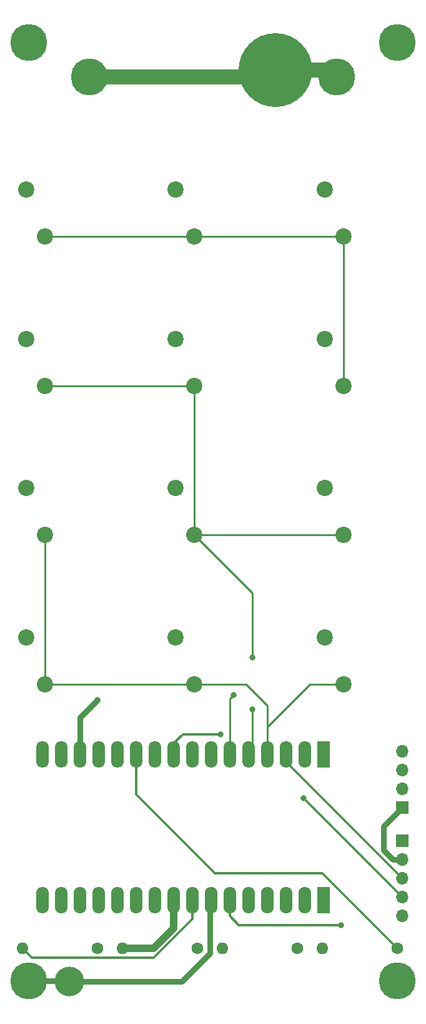
<source format=gtl>
G04 #@! TF.GenerationSoftware,KiCad,Pcbnew,7.0.5*
G04 #@! TF.CreationDate,2023-07-06T09:19:53+08:00*
G04 #@! TF.ProjectId,exMoudle,65784d6f-7564-46c6-952e-6b696361645f,rev?*
G04 #@! TF.SameCoordinates,PX4433b78PY969def3*
G04 #@! TF.FileFunction,Copper,L1,Top*
G04 #@! TF.FilePolarity,Positive*
%FSLAX45Y45*%
G04 Gerber Fmt 4.5, Leading zero omitted, Abs format (unit mm)*
G04 Created by KiCad (PCBNEW 7.0.5) date 2023-07-06 09:19:53*
%MOMM*%
%LPD*%
G01*
G04 APERTURE LIST*
G04 #@! TA.AperFunction,ComponentPad*
%ADD10C,2.200000*%
G04 #@! TD*
G04 #@! TA.AperFunction,ComponentPad*
%ADD11C,1.600000*%
G04 #@! TD*
G04 #@! TA.AperFunction,ComponentPad*
%ADD12O,1.600000X1.600000*%
G04 #@! TD*
G04 #@! TA.AperFunction,ComponentPad*
%ADD13C,5.000000*%
G04 #@! TD*
G04 #@! TA.AperFunction,ComponentPad*
%ADD14R,1.700000X1.700000*%
G04 #@! TD*
G04 #@! TA.AperFunction,ComponentPad*
%ADD15O,1.700000X1.700000*%
G04 #@! TD*
G04 #@! TA.AperFunction,ComponentPad*
%ADD16R,1.712000X3.644000*%
G04 #@! TD*
G04 #@! TA.AperFunction,ComponentPad*
%ADD17O,1.712000X3.644000*%
G04 #@! TD*
G04 #@! TA.AperFunction,ComponentPad*
%ADD18O,1.700000X3.644000*%
G04 #@! TD*
G04 #@! TA.AperFunction,ViaPad*
%ADD19C,0.800000*%
G04 #@! TD*
G04 #@! TA.AperFunction,ViaPad*
%ADD20C,5.000000*%
G04 #@! TD*
G04 #@! TA.AperFunction,ViaPad*
%ADD21C,10.000000*%
G04 #@! TD*
G04 #@! TA.AperFunction,ViaPad*
%ADD22C,4.000000*%
G04 #@! TD*
G04 #@! TA.AperFunction,Conductor*
%ADD23C,0.800000*%
G04 #@! TD*
G04 #@! TA.AperFunction,Conductor*
%ADD24C,2.000000*%
G04 #@! TD*
G04 #@! TA.AperFunction,Conductor*
%ADD25C,1.000000*%
G04 #@! TD*
G04 #@! TA.AperFunction,Conductor*
%ADD26C,0.250000*%
G04 #@! TD*
G04 #@! TA.AperFunction,Conductor*
%ADD27C,0.300000*%
G04 #@! TD*
G04 APERTURE END LIST*
D10*
G04 #@! TO.P,SW10,1,1*
G04 #@! TO.N,unconnected-(SW10-Pad1)*
X-2528000Y11014000D03*
G04 #@! TO.P,SW10,2,2*
G04 #@! TO.N,Net-(J1-GPIO5)*
X-2274000Y10379000D03*
G04 #@! TD*
G04 #@! TO.P,SW7,1,1*
G04 #@! TO.N,unconnected-(SW7-Pad1)*
X-2528000Y8994000D03*
G04 #@! TO.P,SW7,2,2*
G04 #@! TO.N,Net-(J1-GPIO4)*
X-2274000Y8359000D03*
G04 #@! TD*
D11*
G04 #@! TO.P,R3,1*
G04 #@! TO.N,GND*
X-1563500Y743830D03*
D12*
G04 #@! TO.P,R3,2*
G04 #@! TO.N,Net-(J1-GPIO13)*
X-2579500Y743830D03*
G04 #@! TD*
D13*
G04 #@! TO.P,REF\u002A\u002A,1*
G04 #@! TO.N,N/C*
X2500000Y13000000D03*
G04 #@! TD*
D10*
G04 #@! TO.P,SW9,1,1*
G04 #@! TO.N,unconnected-(SW9-Pad1)*
X1512000Y8994000D03*
G04 #@! TO.P,SW9,2,2*
G04 #@! TO.N,Net-(J1-GPIO5)*
X1766000Y8359000D03*
G04 #@! TD*
G04 #@! TO.P,SW6,1,1*
G04 #@! TO.N,unconnected-(SW6-Pad1)*
X1512000Y6974000D03*
G04 #@! TO.P,SW6,2,2*
G04 #@! TO.N,Net-(J1-GPIO4)*
X1766000Y6339000D03*
G04 #@! TD*
G04 #@! TO.P,SW1,1,1*
G04 #@! TO.N,unconnected-(SW1-Pad1)*
X-2528000Y4954000D03*
G04 #@! TO.P,SW1,2,2*
G04 #@! TO.N,Net-(J1-GPIO3)*
X-2274000Y4319000D03*
G04 #@! TD*
D11*
G04 #@! TO.P,R4,1*
G04 #@! TO.N,Net-(J1-GPIO8)*
X-208833Y743830D03*
D12*
G04 #@! TO.P,R4,2*
G04 #@! TO.N,GND*
X-1224833Y743830D03*
G04 #@! TD*
D10*
G04 #@! TO.P,SW11,1,1*
G04 #@! TO.N,unconnected-(SW11-Pad1)*
X-508000Y11014000D03*
G04 #@! TO.P,SW11,2,2*
G04 #@! TO.N,Net-(J1-GPIO5)*
X-254000Y10379000D03*
G04 #@! TD*
G04 #@! TO.P,SW4,1,1*
G04 #@! TO.N,unconnected-(SW4-Pad1)*
X-2528000Y6974000D03*
G04 #@! TO.P,SW4,2,2*
G04 #@! TO.N,Net-(J1-GPIO3)*
X-2274000Y6339000D03*
G04 #@! TD*
G04 #@! TO.P,SW5,1,1*
G04 #@! TO.N,unconnected-(SW5-Pad1)*
X-508000Y6974000D03*
G04 #@! TO.P,SW5,2,2*
G04 #@! TO.N,Net-(J1-GPIO4)*
X-254000Y6339000D03*
G04 #@! TD*
G04 #@! TO.P,SW8,1,1*
G04 #@! TO.N,unconnected-(SW8-Pad1)*
X-508000Y8994000D03*
G04 #@! TO.P,SW8,2,2*
G04 #@! TO.N,Net-(J1-GPIO4)*
X-254000Y8359000D03*
G04 #@! TD*
D11*
G04 #@! TO.P,R2,1*
G04 #@! TO.N,GND*
X1145833Y743830D03*
D12*
G04 #@! TO.P,R2,2*
G04 #@! TO.N,Net-(J1-GPIO12)*
X129833Y743830D03*
G04 #@! TD*
D13*
G04 #@! TO.P,REF\u002A\u002A,1*
G04 #@! TO.N,/touch_pad*
X-2500000Y300000D03*
G04 #@! TD*
G04 #@! TO.P,REF\u002A\u002A,1*
G04 #@! TO.N,N/C*
X2500000Y300000D03*
G04 #@! TD*
G04 #@! TO.P,REF\u002A\u002A,1*
G04 #@! TO.N,N/C*
X-2500000Y13000000D03*
G04 #@! TD*
D14*
G04 #@! TO.P,J3,1,Pin_1*
G04 #@! TO.N,Net-(J1-3v3)*
X2564000Y2204330D03*
D15*
G04 #@! TO.P,J3,2,Pin_2*
G04 #@! TO.N,GND*
X2564000Y1950330D03*
G04 #@! TO.P,J3,3,Pin_3*
G04 #@! TO.N,/Lidar_TX*
X2564000Y1696330D03*
G04 #@! TO.P,J3,4,Pin_4*
G04 #@! TO.N,/Lidar_RX*
X2564000Y1442330D03*
G04 #@! TO.P,J3,5,Pin_5*
G04 #@! TO.N,Net-(J1-GPIO015)*
X2564000Y1188330D03*
G04 #@! TD*
D10*
G04 #@! TO.P,SW2,1,1*
G04 #@! TO.N,unconnected-(SW2-Pad1)*
X-508000Y4954000D03*
G04 #@! TO.P,SW2,2,2*
G04 #@! TO.N,Net-(J1-GPIO3)*
X-254000Y4319000D03*
G04 #@! TD*
G04 #@! TO.P,SW3,1,1*
G04 #@! TO.N,unconnected-(SW3-Pad1)*
X1512000Y4954000D03*
G04 #@! TO.P,SW3,2,2*
G04 #@! TO.N,Net-(J1-GPIO3)*
X1766000Y4319000D03*
G04 #@! TD*
D11*
G04 #@! TO.P,R1,1*
G04 #@! TO.N,Net-(J1-GPIO9)*
X2500500Y743830D03*
D12*
G04 #@! TO.P,R1,2*
G04 #@! TO.N,GND*
X1484500Y743830D03*
G04 #@! TD*
D10*
G04 #@! TO.P,SW12,1,1*
G04 #@! TO.N,unconnected-(SW12-Pad1)*
X1512000Y11014000D03*
G04 #@! TO.P,SW12,2,2*
G04 #@! TO.N,Net-(J1-GPIO5)*
X1766000Y10379000D03*
G04 #@! TD*
D16*
G04 #@! TO.P,J1,1,GND*
G04 #@! TO.N,GND*
X1499400Y3371530D03*
D17*
G04 #@! TO.P,J1,2,GPIO1*
G04 #@! TO.N,/Lidar_RX*
X1245400Y3371530D03*
G04 #@! TO.P,J1,3,GPIO2*
G04 #@! TO.N,/Lidar_TX*
X991400Y3371530D03*
D18*
G04 #@! TO.P,J1,4,GPIO3*
G04 #@! TO.N,Net-(J1-GPIO3)*
X738000Y3371530D03*
G04 #@! TO.P,J1,5,GPIO4*
G04 #@! TO.N,Net-(J1-GPIO4)*
X484000Y3371530D03*
G04 #@! TO.P,J1,6,GPIO5*
G04 #@! TO.N,Net-(J1-GPIO5)*
X230000Y3371530D03*
G04 #@! TO.P,J1,7,GND*
G04 #@! TO.N,GND*
X-24000Y3371530D03*
G04 #@! TO.P,J1,8,UART2_TX*
G04 #@! TO.N,/FR_RX*
X-278000Y3371530D03*
G04 #@! TO.P,J1,9,UART2_RX*
G04 #@! TO.N,/FR_TX*
X-532000Y3371530D03*
G04 #@! TO.P,J1,10,GPIO8*
G04 #@! TO.N,Net-(J1-GPIO8)*
X-786000Y3371530D03*
G04 #@! TO.P,J1,11,GPIO9*
G04 #@! TO.N,Net-(J1-GPIO9)*
X-1040000Y3371530D03*
G04 #@! TO.P,J1,12,REST*
G04 #@! TO.N,unconnected-(J1-REST-Pad12)*
X-1294000Y3371530D03*
G04 #@! TO.P,J1,13,3V3*
G04 #@! TO.N,unconnected-(J1-3V3-Pad13)*
X-1548000Y3371530D03*
G04 #@! TO.P,J1,14,GND*
G04 #@! TO.N,GND*
X-1802000Y3371530D03*
G04 #@! TO.P,J1,15,PWB*
G04 #@! TO.N,unconnected-(J1-PWB-Pad15)*
X-2056000Y3371530D03*
G04 #@! TO.P,J1,16,5V*
G04 #@! TO.N,+5V*
X-2310000Y3371530D03*
D16*
G04 #@! TO.P,J1,17,GND*
G04 #@! TO.N,GND*
X1499400Y1399130D03*
D17*
G04 #@! TO.P,J1,18,3v3*
G04 #@! TO.N,Net-(J1-3v3)*
X1245400Y1399130D03*
G04 #@! TO.P,J1,19,GPIO18*
G04 #@! TO.N,unconnected-(J1-GPIO18-Pad19)*
X991400Y1399130D03*
G04 #@! TO.P,J1,20,GPIO17*
G04 #@! TO.N,unconnected-(J1-GPIO17-Pad20)*
X737400Y1399130D03*
D18*
G04 #@! TO.P,J1,21,GPIO16*
G04 #@! TO.N,unconnected-(J1-GPIO16-Pad21)*
X484000Y1399130D03*
G04 #@! TO.P,J1,22,GPIO015*
G04 #@! TO.N,Net-(J1-GPIO015)*
X230000Y1399130D03*
D17*
G04 #@! TO.P,J1,23,GPIO014*
G04 #@! TO.N,/touch_pad*
X-24600Y1399130D03*
D18*
G04 #@! TO.P,J1,24,GPIO13*
G04 #@! TO.N,Net-(J1-GPIO13)*
X-278000Y1399130D03*
G04 #@! TO.P,J1,25,GND*
G04 #@! TO.N,GND*
X-532000Y1399130D03*
G04 #@! TO.P,J1,26,3V3*
G04 #@! TO.N,unconnected-(J1-3V3-Pad26)*
X-786000Y1399130D03*
G04 #@! TO.P,J1,27,GPIO12*
G04 #@! TO.N,Net-(J1-GPIO12)*
X-1040000Y1399130D03*
G04 #@! TO.P,J1,28,GPIO11*
G04 #@! TO.N,unconnected-(J1-GPIO11-Pad28)*
X-1294000Y1399130D03*
G04 #@! TO.P,J1,29,GPIO10*
G04 #@! TO.N,unconnected-(J1-GPIO10-Pad29)*
X-1548000Y1399130D03*
G04 #@! TO.P,J1,30,GPIO0*
G04 #@! TO.N,unconnected-(J1-GPIO0-Pad30)*
X-1802000Y1399130D03*
G04 #@! TO.P,J1,31,5V*
G04 #@! TO.N,unconnected-(J1-5V-Pad31)*
X-2056000Y1399130D03*
G04 #@! TO.P,J1,32,GND*
G04 #@! TO.N,GND*
X-2310000Y1399130D03*
G04 #@! TD*
D14*
G04 #@! TO.P,J2,1,Pin_1*
G04 #@! TO.N,GND*
X2564000Y2648830D03*
D15*
G04 #@! TO.P,J2,2,Pin_2*
G04 #@! TO.N,/FR_TX*
X2564000Y2902830D03*
G04 #@! TO.P,J2,3,Pin_3*
G04 #@! TO.N,/FR_RX*
X2564000Y3156830D03*
G04 #@! TO.P,J2,4,Pin_4*
G04 #@! TO.N,+5V*
X2564000Y3410830D03*
G04 #@! TD*
D19*
G04 #@! TO.N,GND*
X-1563500Y4109330D03*
D20*
X-1675000Y12535000D03*
X1675000Y12535000D03*
D21*
X849500Y12634500D03*
D19*
G04 #@! TO.N,Net-(J1-GPIO4)*
X532000Y3982330D03*
X532000Y4680830D03*
G04 #@! TO.N,Net-(J1-GPIO5)*
X278000Y4172830D03*
G04 #@! TO.N,Net-(J1-GPIO015)*
X1738500Y1061330D03*
G04 #@! TO.N,/Lidar_RX*
X1230500Y2775830D03*
D22*
G04 #@! TO.N,/touch_pad*
X-1944500Y299330D03*
D19*
G04 #@! TO.N,/FR_TX*
X103500Y3641880D03*
G04 #@! TD*
D23*
G04 #@! TO.N,GND*
X-1802000Y3274330D02*
X-1802000Y3870830D01*
X-1802000Y3870830D02*
X-1563500Y4109330D01*
D24*
X849500Y12634500D02*
X1575500Y12634500D01*
D23*
X2310000Y2394830D02*
X2310000Y2077330D01*
X2564000Y2648830D02*
X2310000Y2394830D01*
D25*
X-532000Y1013330D02*
X-532000Y1496330D01*
D24*
X-1675000Y12535000D02*
X750000Y12535000D01*
D23*
X2310000Y2077330D02*
X2437000Y1950330D01*
D25*
X-801500Y743830D02*
X-532000Y1013330D01*
X-1224833Y743830D02*
X-801500Y743830D01*
D23*
X2437000Y1950330D02*
X2564000Y1950330D01*
D26*
G04 #@! TO.N,Net-(J1-GPIO4)*
X-254000Y6339000D02*
X532000Y5553000D01*
X-254000Y8359000D02*
X-2274000Y8359000D01*
X532000Y3982330D02*
X532000Y3322330D01*
X532000Y5553000D02*
X532000Y4680830D01*
X1766000Y6339000D02*
X-254000Y6339000D01*
X-254000Y8359000D02*
X-254000Y6339000D01*
X532000Y3322330D02*
X484000Y3274330D01*
G04 #@! TO.N,Net-(J1-GPIO5)*
X278000Y4172830D02*
X230000Y4124830D01*
X230000Y4124830D02*
X230000Y3274330D01*
X1766000Y10379000D02*
X1766000Y8359000D01*
X1766000Y10379000D02*
X-254000Y10379000D01*
X-2274000Y10379000D02*
X-254000Y10379000D01*
D27*
G04 #@! TO.N,Net-(J1-GPIO015)*
X230000Y1181830D02*
X230000Y1496330D01*
X1738500Y1061330D02*
X350500Y1061330D01*
X350500Y1061330D02*
X230000Y1181830D01*
G04 #@! TO.N,/Lidar_RX*
X2564000Y1442330D02*
X1230500Y2775830D01*
G04 #@! TO.N,/Lidar_TX*
X2564000Y1696330D02*
X992000Y3268330D01*
X992000Y3268330D02*
X992000Y3274330D01*
D23*
G04 #@! TO.N,/touch_pad*
X-39500Y680330D02*
X-39500Y1480830D01*
X-2500000Y300000D02*
X-1945170Y300000D01*
X-39500Y1480830D02*
X-24000Y1496330D01*
X-1945170Y300000D02*
X-1944500Y299330D01*
X-420500Y299330D02*
X-39500Y680330D01*
X-1944500Y299330D02*
X-420500Y299330D01*
D27*
G04 #@! TO.N,Net-(J1-GPIO13)*
X-2452500Y616830D02*
X-801500Y616830D01*
X-801500Y616830D02*
X-278000Y1140330D01*
X-278000Y1140330D02*
X-278000Y1496330D01*
X-2579500Y743830D02*
X-2452500Y616830D01*
G04 #@! TO.N,/FR_TX*
X103500Y3641880D02*
X-409803Y3641880D01*
X-532000Y3489830D02*
X-532000Y3274330D01*
X-532000Y3519683D02*
X-532000Y3274330D01*
X-409803Y3641880D02*
X-532000Y3519683D01*
G04 #@! TO.N,Net-(J1-GPIO9)*
X24000Y1759830D02*
X-1040000Y2823830D01*
X2500500Y743830D02*
X1484500Y1759830D01*
X-1040000Y2823830D02*
X-1040000Y3274330D01*
X1484500Y1759830D02*
X24000Y1759830D01*
D26*
G04 #@! TO.N,Net-(J1-GPIO3)*
X1313170Y4319000D02*
X738000Y3743830D01*
X1766000Y4319000D02*
X1313170Y4319000D01*
X738000Y4030330D02*
X738000Y3446563D01*
X449330Y4319000D02*
X738000Y4030330D01*
X-2274000Y6339000D02*
X-2274000Y4319000D01*
X-254000Y4319000D02*
X449330Y4319000D01*
X738000Y3446563D02*
X738000Y3274330D01*
X738000Y3743830D02*
X738000Y3446563D01*
X-254000Y4319000D02*
X-2274000Y4319000D01*
G04 #@! TD*
M02*

</source>
